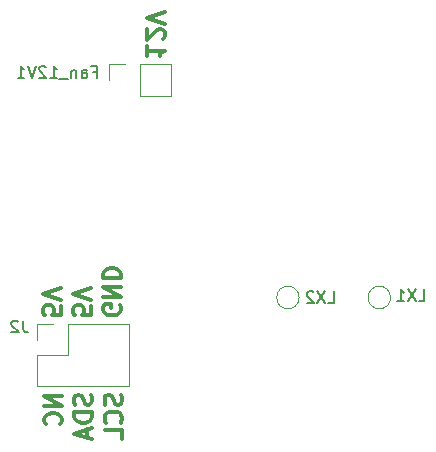
<source format=gbr>
%TF.GenerationSoftware,KiCad,Pcbnew,(5.1.6)-1*%
%TF.CreationDate,2020-09-22T17:38:13-04:00*%
%TF.ProjectId,wireless_charger,77697265-6c65-4737-935f-636861726765,rev?*%
%TF.SameCoordinates,Original*%
%TF.FileFunction,Legend,Bot*%
%TF.FilePolarity,Positive*%
%FSLAX46Y46*%
G04 Gerber Fmt 4.6, Leading zero omitted, Abs format (unit mm)*
G04 Created by KiCad (PCBNEW (5.1.6)-1) date 2020-09-22 17:38:13*
%MOMM*%
%LPD*%
G01*
G04 APERTURE LIST*
%ADD10C,0.300000*%
%ADD11C,0.120000*%
%ADD12C,0.150000*%
G04 APERTURE END LIST*
D10*
X120071428Y-56428571D02*
X120071428Y-57285714D01*
X120071428Y-56857142D02*
X121571428Y-56857142D01*
X121357142Y-57000000D01*
X121214285Y-57142857D01*
X121142857Y-57285714D01*
X121428571Y-55857142D02*
X121500000Y-55785714D01*
X121571428Y-55642857D01*
X121571428Y-55285714D01*
X121500000Y-55142857D01*
X121428571Y-55071428D01*
X121285714Y-55000000D01*
X121142857Y-55000000D01*
X120928571Y-55071428D01*
X120071428Y-55928571D01*
X120071428Y-55000000D01*
X121571428Y-54571428D02*
X120071428Y-54071428D01*
X121571428Y-53571428D01*
X112878571Y-86052142D02*
X111378571Y-86052142D01*
X112878571Y-86909285D01*
X111378571Y-86909285D01*
X112735714Y-88480714D02*
X112807142Y-88409285D01*
X112878571Y-88195000D01*
X112878571Y-88052142D01*
X112807142Y-87837857D01*
X112664285Y-87695000D01*
X112521428Y-87623571D01*
X112235714Y-87552142D01*
X112021428Y-87552142D01*
X111735714Y-87623571D01*
X111592857Y-87695000D01*
X111450000Y-87837857D01*
X111378571Y-88052142D01*
X111378571Y-88195000D01*
X111450000Y-88409285D01*
X111521428Y-88480714D01*
X115357142Y-85980714D02*
X115428571Y-86195000D01*
X115428571Y-86552142D01*
X115357142Y-86695000D01*
X115285714Y-86766428D01*
X115142857Y-86837857D01*
X115000000Y-86837857D01*
X114857142Y-86766428D01*
X114785714Y-86695000D01*
X114714285Y-86552142D01*
X114642857Y-86266428D01*
X114571428Y-86123571D01*
X114500000Y-86052142D01*
X114357142Y-85980714D01*
X114214285Y-85980714D01*
X114071428Y-86052142D01*
X114000000Y-86123571D01*
X113928571Y-86266428D01*
X113928571Y-86623571D01*
X114000000Y-86837857D01*
X115428571Y-87480714D02*
X113928571Y-87480714D01*
X113928571Y-87837857D01*
X114000000Y-88052142D01*
X114142857Y-88195000D01*
X114285714Y-88266428D01*
X114571428Y-88337857D01*
X114785714Y-88337857D01*
X115071428Y-88266428D01*
X115214285Y-88195000D01*
X115357142Y-88052142D01*
X115428571Y-87837857D01*
X115428571Y-87480714D01*
X115000000Y-88909285D02*
X115000000Y-89623571D01*
X115428571Y-88766428D02*
X113928571Y-89266428D01*
X115428571Y-89766428D01*
X117907142Y-85980714D02*
X117978571Y-86195000D01*
X117978571Y-86552142D01*
X117907142Y-86695000D01*
X117835714Y-86766428D01*
X117692857Y-86837857D01*
X117550000Y-86837857D01*
X117407142Y-86766428D01*
X117335714Y-86695000D01*
X117264285Y-86552142D01*
X117192857Y-86266428D01*
X117121428Y-86123571D01*
X117050000Y-86052142D01*
X116907142Y-85980714D01*
X116764285Y-85980714D01*
X116621428Y-86052142D01*
X116550000Y-86123571D01*
X116478571Y-86266428D01*
X116478571Y-86623571D01*
X116550000Y-86837857D01*
X117835714Y-88337857D02*
X117907142Y-88266428D01*
X117978571Y-88052142D01*
X117978571Y-87909285D01*
X117907142Y-87695000D01*
X117764285Y-87552142D01*
X117621428Y-87480714D01*
X117335714Y-87409285D01*
X117121428Y-87409285D01*
X116835714Y-87480714D01*
X116692857Y-87552142D01*
X116550000Y-87695000D01*
X116478571Y-87909285D01*
X116478571Y-88052142D01*
X116550000Y-88266428D01*
X116621428Y-88337857D01*
X117978571Y-89695000D02*
X117978571Y-88980714D01*
X116478571Y-88980714D01*
X117800000Y-78412142D02*
X117871428Y-78555000D01*
X117871428Y-78769285D01*
X117800000Y-78983571D01*
X117657142Y-79126428D01*
X117514285Y-79197857D01*
X117228571Y-79269285D01*
X117014285Y-79269285D01*
X116728571Y-79197857D01*
X116585714Y-79126428D01*
X116442857Y-78983571D01*
X116371428Y-78769285D01*
X116371428Y-78626428D01*
X116442857Y-78412142D01*
X116514285Y-78340714D01*
X117014285Y-78340714D01*
X117014285Y-78626428D01*
X116371428Y-77697857D02*
X117871428Y-77697857D01*
X116371428Y-76840714D01*
X117871428Y-76840714D01*
X116371428Y-76126428D02*
X117871428Y-76126428D01*
X117871428Y-75769285D01*
X117800000Y-75555000D01*
X117657142Y-75412142D01*
X117514285Y-75340714D01*
X117228571Y-75269285D01*
X117014285Y-75269285D01*
X116728571Y-75340714D01*
X116585714Y-75412142D01*
X116442857Y-75555000D01*
X116371428Y-75769285D01*
X116371428Y-76126428D01*
X115321428Y-78483571D02*
X115321428Y-79197857D01*
X114607142Y-79269285D01*
X114678571Y-79197857D01*
X114750000Y-79055000D01*
X114750000Y-78697857D01*
X114678571Y-78555000D01*
X114607142Y-78483571D01*
X114464285Y-78412142D01*
X114107142Y-78412142D01*
X113964285Y-78483571D01*
X113892857Y-78555000D01*
X113821428Y-78697857D01*
X113821428Y-79055000D01*
X113892857Y-79197857D01*
X113964285Y-79269285D01*
X115321428Y-77983571D02*
X113821428Y-77483571D01*
X115321428Y-76983571D01*
X112771428Y-78483571D02*
X112771428Y-79197857D01*
X112057142Y-79269285D01*
X112128571Y-79197857D01*
X112200000Y-79055000D01*
X112200000Y-78697857D01*
X112128571Y-78555000D01*
X112057142Y-78483571D01*
X111914285Y-78412142D01*
X111557142Y-78412142D01*
X111414285Y-78483571D01*
X111342857Y-78555000D01*
X111271428Y-78697857D01*
X111271428Y-79055000D01*
X111342857Y-79197857D01*
X111414285Y-79269285D01*
X112771428Y-77983571D02*
X111271428Y-77483571D01*
X112771428Y-76983571D01*
D11*
%TO.C,Fan_12V1*%
X116870000Y-58020000D02*
X116870000Y-59350000D01*
X118200000Y-58020000D02*
X116870000Y-58020000D01*
X119470000Y-58020000D02*
X119470000Y-60680000D01*
X119470000Y-60680000D02*
X122070000Y-60680000D01*
X119470000Y-58020000D02*
X122070000Y-58020000D01*
X122070000Y-58020000D02*
X122070000Y-60680000D01*
%TO.C,LX1*%
X140700000Y-77750000D02*
G75*
G03*
X140700000Y-77750000I-950000J0D01*
G01*
%TO.C,LX2*%
X132950000Y-77750000D02*
G75*
G03*
X132950000Y-77750000I-950000J0D01*
G01*
%TO.C,J2*%
X110770000Y-80010000D02*
X110770000Y-81340000D01*
X112100000Y-80010000D02*
X110770000Y-80010000D01*
X110770000Y-82610000D02*
X110770000Y-85210000D01*
X113370000Y-82610000D02*
X110770000Y-82610000D01*
X113370000Y-80010000D02*
X113370000Y-82610000D01*
X110770000Y-85210000D02*
X118510000Y-85210000D01*
X113370000Y-80010000D02*
X118510000Y-80010000D01*
X118510000Y-80010000D02*
X118510000Y-85210000D01*
%TO.C,Fan_12V1*%
D12*
X115500000Y-58628571D02*
X115833333Y-58628571D01*
X115833333Y-59152380D02*
X115833333Y-58152380D01*
X115357142Y-58152380D01*
X114547619Y-59152380D02*
X114547619Y-58628571D01*
X114595238Y-58533333D01*
X114690476Y-58485714D01*
X114880952Y-58485714D01*
X114976190Y-58533333D01*
X114547619Y-59104761D02*
X114642857Y-59152380D01*
X114880952Y-59152380D01*
X114976190Y-59104761D01*
X115023809Y-59009523D01*
X115023809Y-58914285D01*
X114976190Y-58819047D01*
X114880952Y-58771428D01*
X114642857Y-58771428D01*
X114547619Y-58723809D01*
X114071428Y-58485714D02*
X114071428Y-59152380D01*
X114071428Y-58580952D02*
X114023809Y-58533333D01*
X113928571Y-58485714D01*
X113785714Y-58485714D01*
X113690476Y-58533333D01*
X113642857Y-58628571D01*
X113642857Y-59152380D01*
X113404761Y-59247619D02*
X112642857Y-59247619D01*
X111880952Y-59152380D02*
X112452380Y-59152380D01*
X112166666Y-59152380D02*
X112166666Y-58152380D01*
X112261904Y-58295238D01*
X112357142Y-58390476D01*
X112452380Y-58438095D01*
X111500000Y-58247619D02*
X111452380Y-58200000D01*
X111357142Y-58152380D01*
X111119047Y-58152380D01*
X111023809Y-58200000D01*
X110976190Y-58247619D01*
X110928571Y-58342857D01*
X110928571Y-58438095D01*
X110976190Y-58580952D01*
X111547619Y-59152380D01*
X110928571Y-59152380D01*
X110642857Y-58152380D02*
X110309523Y-59152380D01*
X109976190Y-58152380D01*
X109119047Y-59152380D02*
X109690476Y-59152380D01*
X109404761Y-59152380D02*
X109404761Y-58152380D01*
X109500000Y-58295238D01*
X109595238Y-58390476D01*
X109690476Y-58438095D01*
%TO.C,LX1*%
X143092857Y-78052380D02*
X143569047Y-78052380D01*
X143569047Y-77052380D01*
X142854761Y-77052380D02*
X142188095Y-78052380D01*
X142188095Y-77052380D02*
X142854761Y-78052380D01*
X141283333Y-78052380D02*
X141854761Y-78052380D01*
X141569047Y-78052380D02*
X141569047Y-77052380D01*
X141664285Y-77195238D01*
X141759523Y-77290476D01*
X141854761Y-77338095D01*
%TO.C,LX2*%
X135392857Y-78202380D02*
X135869047Y-78202380D01*
X135869047Y-77202380D01*
X135154761Y-77202380D02*
X134488095Y-78202380D01*
X134488095Y-77202380D02*
X135154761Y-78202380D01*
X134154761Y-77297619D02*
X134107142Y-77250000D01*
X134011904Y-77202380D01*
X133773809Y-77202380D01*
X133678571Y-77250000D01*
X133630952Y-77297619D01*
X133583333Y-77392857D01*
X133583333Y-77488095D01*
X133630952Y-77630952D01*
X134202380Y-78202380D01*
X133583333Y-78202380D01*
%TO.C,J2*%
X109583333Y-79702380D02*
X109583333Y-80416666D01*
X109630952Y-80559523D01*
X109726190Y-80654761D01*
X109869047Y-80702380D01*
X109964285Y-80702380D01*
X109154761Y-79797619D02*
X109107142Y-79750000D01*
X109011904Y-79702380D01*
X108773809Y-79702380D01*
X108678571Y-79750000D01*
X108630952Y-79797619D01*
X108583333Y-79892857D01*
X108583333Y-79988095D01*
X108630952Y-80130952D01*
X109202380Y-80702380D01*
X108583333Y-80702380D01*
%TD*%
M02*

</source>
